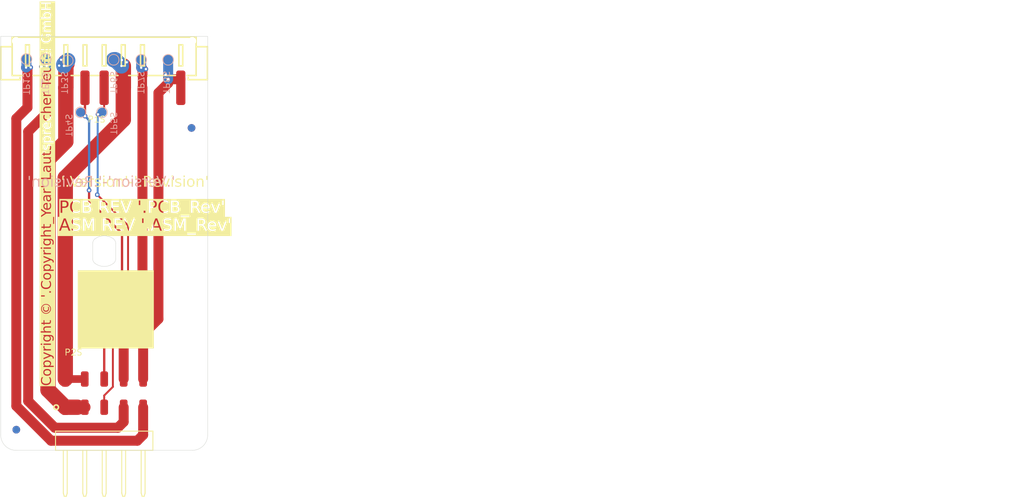
<source format=kicad_pcb>
(kicad_pcb (version 20240108) (generator "pcbnew") (generator_version "8.0")
  (layers (0 "F.Cu" signal "Component Side") (31 "B.Cu" signal "Solder Side") (34 "B.Paste" user "Bottom Paste") (35 "F.Paste" user "Top Paste") (36 "B.SilkS" user "Bottom Overlay") (37 "F.SilkS" user "Top Overlay") (38 "B.Mask" user "Bottom Solder") (39 "F.Mask" user "Top Solder") (44 "Edge.Cuts" user))
  (property "APPROVEDBY" "=SCH_Approver")
  (property "CHECKEDBY" "=SCH_Checker")
  (property "CONFIGURATIONPARAMETERS" "")
  (property "CONFIGURATORNAME" "")
  (property "DOCUMENTNUMBER" "1")
  (property "DRAWNBY" "=SCH_Designer")
  (property "ISSUE DATE" "=ISSUE_DATE")
  (property "ISUSERCONFIGURABLE" "")
  (property "MODEL NO." "=Model_NO")
  (property "REV DATE" "=REV_DATE")
  (property "SHEETSYMBOLDESIGNATOR" "")
  (property "SHEETTOTAL" "1")
  (property "SPICEMODELCACHE" "")
  (property "VERSIONCONTROL_PROJFOLDERREVNUMBER" "")
  (property "VERSIONCONTROL_PROJFOLDERREVNUMBERSHORT" "")
  (property "VERSIONCONTROL_REVNUMBER" "")
  (property "VERSIONCONTROL_REVNUMBERSHORT" "")
  (net 0 "")
  (net 1 "BatVCC")
  (net 2 "TW_L_P")
  (net 3 "C_Open")
  (net 4 "TW_R_N")
  (net 5 "TW_R_P")
  (net 6 "TW_L_N")
  (net 7 "SW_P")
  (net 8 "SW_N")
  (footprint "passive.PcbLib:Teufel_NoLogo" (layer "F.Cu") (at 143.3323 97.866405)
    (property "Reference" "Teufel_PCB_Logo?" (hide yes))
    (property "Value" "T.3.0.0040-2.1" (hide yes))
    (fp_text_box "'.Version'-'.Revision'" (start -4.067548 -2.676514) (end 15.469888 1.119784) (layer "B.SilkS") (effects (font (size 1.386 1.386) (thickness 0.2)) (justify left top mirror)) (border no) (stroke (width 0.1)))
    (fp_text_box "'.Version'-'.Revision'" (start -1.519888 -2.676514) (end 18.017548 1.119784) (layer "F.SilkS") (effects (font (size 1.386 1.386) (thickness 0.2)) (justify left top)) (border no) (stroke (width 0.1)))
  )
  (footprint "Vault:MARK" (layer "F.Cu") (at 137.0331 129.311605 90)
    (property "Reference" "MK2S" (hide yes))
    (property "Value" "MARK" (hide yes))
    (pad "MKT" smd circle (at 0 0 90) (size 1 1) (layers "F.Cu" "F.Paste" "F.Mask"))
    (pad "MK_B" smd circle (at 0 0 270) (size 1 1) (layers "B.Cu" "B.Paste" "B.Mask"))
  )
  (footprint "Vault:Pin_Header_SMD_Side_2X5_254" (layer "F.Cu") (at 148.5011 129.503595 90)
    (property "Reference" "P2S" (at 10.27168 -4.00967 0) (layer "F.SilkS") (effects (font (size 0.8 0.8) (thickness 0.1))))
    (property "Value" "2.54PH H2.5 2x5Pin" (hide yes))
    (fp_line (start 0 -6.35) (end -2.5 -6.35) (stroke (width 0.127)) (layer "F.SilkS"))
    (fp_line (start 0 -6.35) (end 0 6.35001) (stroke (width 0.127)) (layer "F.SilkS"))
    (fp_line (start -2.5 -6.35) (end -2.5 6.35) (stroke (width 0.127)) (layer "F.SilkS"))
    (fp_line (start -8.088 -5.334) (end -2.5 -5.334) (stroke (width 0.127)) (layer "F.SilkS"))
    (fp_line (start -8.088 -5.334) (end -8.5 -5.21) (stroke (width 0.127)) (layer "F.SilkS"))
    (fp_line (start -8.5 -5.21) (end -8.5 -4.95) (stroke (width 0.127)) (layer "F.SilkS"))
    (fp_line (start -8.5 -4.95) (end -8.088 -4.826) (stroke (width 0.127)) (layer "F.SilkS"))
    (fp_line (start -8.088 -4.826) (end -2.5 -4.826) (stroke (width 0.127)) (layer "F.SilkS"))
    (fp_line (start -8.088 -2.794) (end -2.5 -2.794) (stroke (width 0.127)) (layer "F.SilkS"))
    (fp_line (start -8.088 -2.794) (end -8.5 -2.67) (stroke (width 0.127)) (layer "F.SilkS"))
    (fp_line (start -8.5 -2.67) (end -8.5 -2.41) (stroke (width 0.127)) (layer "F.SilkS"))
    (fp_line (start -8.5 -2.41) (end -8.088 -2.286) (stroke (width 0.127)) (layer "F.SilkS"))
    (fp_line (start -8.088 -2.286) (end -2.5 -2.286) (stroke (width 0.127)) (layer "F.SilkS"))
    (fp_line (start -8.088 -0.254) (end -2.5 -0.254) (stroke (width 0.127)) (layer "F.SilkS"))
    (fp_line (start -8.088 -0.254) (end -8.5 -0.13) (stroke (width 0.127)) (layer "F.SilkS"))
    (fp_line (start -8.5 -0.13) (end -8.5 0.13) (stroke (width 0.127)) (layer "F.SilkS"))
    (fp_line (start -8.5 0.13) (end -8.088 0.254) (stroke (width 0.127)) (layer "F.SilkS"))
    (fp_line (start -8.088 0.254) (end -2.5 0.254) (stroke (width 0.127)) (layer "F.SilkS"))
    (fp_line (start -8.088 2.286) (end -2.5 2.286) (stroke (width 0.127)) (layer "F.SilkS"))
    (fp_line (start -8.088 2.286) (end -8.5 2.41) (stroke (width 0.127)) (layer "F.SilkS"))
    (fp_line (start -8.5 2.41) (end -8.5 2.67) (stroke (width 0.127)) (layer "F.SilkS"))
    (fp_line (start -8.5 2.67) (end -8.088 2.794) (stroke (width 0.127)) (layer "F.SilkS"))
    (fp_line (start -8.088 2.794) (end -2.5 2.794) (stroke (width 0.127)) (layer "F.SilkS"))
    (fp_line (start -8.088 4.826) (end -2.5 4.826) (stroke (width 0.127)) (layer "F.SilkS"))
    (fp_line (start -8.088 4.826) (end -8.5 4.95001) (stroke (width 0.127)) (layer "F.SilkS"))
    (fp_line (start -8.5 4.95001) (end -8.5 5.21) (stroke (width 0.127)) (layer "F.SilkS"))
    (fp_line (start -8.5 5.21) (end -8.088 5.334) (stroke (width 0.127)) (layer "F.SilkS"))
    (fp_line (start -8.088 5.334) (end -2.5 5.334) (stroke (width 0.127)) (layer "F.SilkS"))
    (fp_line (start -2.5 6.35) (end 0 6.35001) (stroke (width 0.127)) (layer "F.SilkS"))
    (fp_circle (center 3.12 -6.27) (end 3.42 -6.27) (stroke (width 0.2)) (fill none) (layer "F.SilkS"))
    (pad "1" smd roundrect (at 3.1201 -5.07992) (size 1 2) (layers "F.Cu" "F.Paste" "F.Mask") (net 7 "SW_P"))
    (pad "2" smd roundrect (at 6.8 -5.07991) (size 1 2) (layers "F.Cu" "F.Paste" "F.Mask") (net 8 "SW_N"))
    (pad "3" smd roundrect (at 3.1201 -2.53992) (size 1 2) (layers "F.Cu" "F.Paste" "F.Mask") (net 7 "SW_P"))
    (pad "4" smd roundrect (at 6.8 -2.53992) (size 1 2) (layers "F.Cu" "F.Paste" "F.Mask") (net 8 "SW_N"))
    (pad "5" smd roundrect (at 3.1201 0.00008) (size 1 2) (layers "F.Cu" "F.Paste" "F.Mask") (net 3 "C_Open"))
    (pad "6" smd roundrect (at 6.8 0.00008) (size 1 2) (layers "F.Cu" "F.Paste" "F.Mask") (net 1 "BatVCC"))
    (pad "7" smd roundrect (at 3.1201 2.54008) (size 1 2) (layers "F.Cu" "F.Paste" "F.Mask") (net 5 "TW_R_P"))
    (pad "8" smd roundrect (at 6.8 2.54008) (size 1 2) (layers "F.Cu" "F.Paste" "F.Mask") (net 2 "TW_L_P"))
    (pad "9" smd roundrect (at 3.1201 5.08008) (size 1 2) (layers "F.Cu" "F.Paste" "F.Mask") (net 4 "TW_R_N"))
    (pad "10" smd roundrect (at 6.8 5.08008) (size 1 2) (layers "F.Cu" "F.Paste" "F.Mask") (net 6 "TW_L_N"))
  )
  (footprint "passive.PcbLib:Teufel_ASM_Rev" (layer "F.Cu") (at 142.4941 103.479805)
    (property "Reference" "Teufel_ASM_Label1S" (hide yes))
    (property "Value" "2.1" (hide yes))
    (fp_text user "ASM REV '.ASM_Rev'" (at 0.1016 0.14075 360) (layer "F.SilkS" knockout) (effects (font (size 1.575 1.575) (thickness 0.254)) (justify left bottom)))
  )
  (footprint "passive.PcbLib:Teufel_Copyright" (layer "F.Cu") (at 143.5011 123.603605 90)
    (property "Reference" "Teufel_Copyright1S" (hide yes))
    (property "Value" "2023" (hide yes))
    (fp_text user "Copyright © '.Copyright_Year' Lautsprecher Teufel GmbH" (at 0 -2.47495 90) (layer "F.SilkS" knockout) (effects (font (size 1.26 1.26) (thickness 0.254)) (justify left)))
  )
  (footprint "passive.PcbLib:Teufel_PCB_Rev" (layer "F.Cu") (at 142.4941 101.143005)
    (property "Reference" "Teufel_PCB_Label1S" (hide yes))
    (property "Value" "2.1" (hide yes))
    (fp_text user "PCB REV '.PCB_Rev'" (at 0.1016 0.14075 360) (layer "F.SilkS" knockout) (effects (font (size 1.575 1.575) (thickness 0.254)) (justify left bottom)))
  )
  (footprint "Vault:MARK" (layer "F.Cu") (at 159.8931 89.941605 90)
    (property "Reference" "MK1S" (hide yes))
    (property "Value" "MARK" (hide yes))
    (pad "MKT" smd circle (at 0 0 90) (size 1 1) (layers "F.Cu" "F.Paste" "F.Mask"))
    (pad "MK_B" smd circle (at 0 0 270) (size 1 1) (layers "B.Cu" "B.Paste" "B.Mask"))
  )
  (footprint "Vault:CJL008DH250197" (layer "F.Cu") (at 148.49143 78.603605 180)
    (property "Reference" "P1S" (at 0.990325 -10.22831 0) (layer "F.SilkS") (effects (font (size 0.8 0.8) (thickness 0.1))))
    (property "Value" "CJL008DH250197" (hide yes))
    (fp_line (start 13.47501 -0.73997) (end 12 -0.73997) (stroke (width 0.2)) (layer "F.SilkS"))
    (fp_line (start 13.47501 -5.03993) (end 13.47501 -0.73997) (stroke (width 0.2)) (layer "F.SilkS"))
    (fp_line (start 13.47501 -5.03993) (end 10.975 -5.03993) (stroke (width 0.2)) (layer "F.SilkS"))
    (fp_line (start 12 0.5) (end -12 0.5) (stroke (width 0.2)) (layer "F.SilkS"))
    (fp_line (start 12 -4.5) (end 12 0.5) (stroke (width 0.2)) (layer "F.SilkS"))
    (fp_line (start 12 -4.5) (end 10.7 -4.5) (stroke (width 0.2)) (layer "F.SilkS"))
    (fp_line (start 10.975 -5.03993) (end 10.975 -4.76999) (stroke (width 0.2)) (layer "F.SilkS"))
    (fp_line (start 10.25 -0.5) (end 9.75 -0.5) (stroke (width 0.2)) (layer "F.SilkS"))
    (fp_line (start 10.25 -3.25) (end 10.25 -0.5) (stroke (width 0.2)) (layer "F.SilkS"))
    (fp_line (start 10.25 -3.25) (end 9.75 -3.25) (stroke (width 0.2)) (layer "F.SilkS"))
    (fp_line (start 9.75 -3.25) (end 9.75 -0.5) (stroke (width 0.2)) (layer "F.SilkS"))
    (fp_line (start 9.3 -4.5) (end 8.2 -4.5) (stroke (width 0.2)) (layer "F.SilkS"))
    (fp_line (start 7.75 -0.5) (end 7.25 -0.5) (stroke (width 0.2)) (layer "F.SilkS"))
    (fp_line (start 7.75 -3.25) (end 7.75 -0.5) (stroke (width 0.2)) (layer "F.SilkS"))
    (fp_line (start 7.75 -3.25) (end 7.25 -3.25) (stroke (width 0.2)) (layer "F.SilkS"))
    (fp_line (start 7.25 -3.25) (end 7.25 -0.5) (stroke (width 0.2)) (layer "F.SilkS"))
    (fp_line (start 6.8 -4.5) (end 5.7 -4.5) (stroke (width 0.2)) (layer "F.SilkS"))
    (fp_line (start 5.25 -0.5) (end 4.75 -0.5) (stroke (width 0.2)) (layer "F.SilkS"))
    (fp_line (start 5.25 -3.25) (end 5.25 -0.5) (stroke (width 0.2)) (layer "F.SilkS"))
    (fp_line (start 5.25 -3.25) (end 4.75 -3.25) (stroke (width 0.2)) (layer "F.SilkS"))
    (fp_line (start 4.75 -3.25) (end 4.75 -0.5) (stroke (width 0.2)) (layer "F.SilkS"))
    (fp_line (start 4.3 -4.5) (end 3.2 -4.5) (stroke (width 0.2)) (layer "F.SilkS"))
    (fp_line (start 2.75 -0.5) (end 2.25 -0.5) (stroke (width 0.2)) (layer "F.SilkS"))
    (fp_line (start 2.75 -3.25) (end 2.75 -0.5) (stroke (width 0.2)) (layer "F.SilkS"))
    (fp_line (start 2.75 -3.25) (end 2.25 -3.25) (stroke (width 0.2)) (layer "F.SilkS"))
    (fp_line (start 2.25 -3.25) (end 2.25 -0.5) (stroke (width 0.2)) (layer "F.SilkS"))
    (fp_line (start 1.8 -4.5) (end 0.7 -4.5) (stroke (width 0.2)) (layer "F.SilkS"))
    (fp_line (start 0.25 -0.5) (end -0.25 -0.5) (stroke (width 0.2)) (layer "F.SilkS"))
    (fp_line (start 0.25 -3.25) (end 0.25 -0.5) (stroke (width 0.2)) (layer "F.SilkS"))
    (fp_line (start 0.25 -3.25) (end -0.25 -3.25) (stroke (width 0.2)) (layer "F.SilkS"))
    (fp_line (start -0.25 -3.25) (end -0.25 -0.5) (stroke (width 0.2)) (layer "F.SilkS"))
    (fp_line (start -0.7 -4.5) (end -1.8 -4.5) (stroke (width 0.2)) (layer "F.SilkS"))
    (fp_line (start -2.25 -0.5) (end -2.75 -0.5) (stroke (width 0.2)) (layer "F.SilkS"))
    (fp_line (start -2.25 -3.25) (end -2.25 -0.5) (stroke (width 0.2)) (layer "F.SilkS"))
    (fp_line (start -2.25 -3.25) (end -2.75 -3.25) (stroke (width 0.2)) (layer "F.SilkS"))
    (fp_line (start -2.75 -3.25) (end -2.75 -0.5) (stroke (width 0.2)) (layer "F.SilkS"))
    (fp_line (start -3.2 -4.5) (end -4.3 -4.5) (stroke (width 0.2)) (layer "F.SilkS"))
    (fp_line (start -4.75 -0.5) (end -5.25 -0.5) (stroke (width 0.2)) (layer "F.SilkS"))
    (fp_line (start -4.75 -3.25) (end -4.75 -0.5) (stroke (width 0.2)) (layer "F.SilkS"))
    (fp_line (start -4.75 -3.25) (end -5.25 -3.25) (stroke (width 0.2)) (layer "F.SilkS"))
    (fp_line (start -5.25 -3.25) (end -5.25 -0.5) (stroke (width 0.2)) (layer "F.SilkS"))
    (fp_line (start -5.7 -4.5) (end -9.3 -4.5) (stroke (width 0.2)) (layer "F.SilkS"))
    (fp_line (start -9.75 -0.5) (end -10.25 -0.5) (stroke (width 0.2)) (layer "F.SilkS"))
    (fp_line (start -9.75 -3.25) (end -9.75 -0.5) (stroke (width 0.2)) (layer "F.SilkS"))
    (fp_line (start -9.75 -3.25) (end -10.25 -3.25) (stroke (width 0.2)) (layer "F.SilkS"))
    (fp_line (start -10.25 -3.25) (end -10.25 -0.5) (stroke (width 0.2)) (layer "F.SilkS"))
    (fp_line (start -10.8 -4.5) (end -12 -4.5) (stroke (width 0.2)) (layer "F.SilkS"))
    (fp_line (start -10.97499 -5.03993) (end -10.97499 -4.76999) (stroke (width 0.2)) (layer "F.SilkS"))
    (fp_line (start -10.97499 -5.03993) (end -13.475 -5.03993) (stroke (width 0.2)) (layer "F.SilkS"))
    (fp_line (start -12 -0.73997) (end -13.475 -0.73997) (stroke (width 0.2)) (layer "F.SilkS"))
    (fp_line (start -12 -4.5) (end -12 0.5) (stroke (width 0.2)) (layer "F.SilkS"))
    (fp_line (start -13.475 -5.03993) (end -13.475 -0.73997) (stroke (width 0.2)) (layer "F.SilkS"))
    (pad "" np_thru_hole circle (at -11.5 0 180) (size 1 1) (drill 1) (layers "F&B.Cu" "*.Mask"))
    (pad "" np_thru_hole circle (at 11.5 0) (size 1 1) (drill 1) (layers "F&B.Cu" "*.Mask"))
    (pad "1" smd roundrect (at -10 -6.1 180) (size 1.2 4.5) (layers "F.Cu" "F.Paste" "F.Mask") (net 6 "TW_L_N"))
    (pad "2" smd roundrect (at -5 -6.1 180) (size 1.2 4.5) (layers "F.Cu" "F.Paste" "F.Mask") (net 2 "TW_L_P"))
    (pad "3" smd roundrect (at -2.5 -6.1 180) (size 1.2 4.5) (layers "F.Cu" "F.Paste" "F.Mask") (net 8 "SW_N"))
    (pad "4" smd roundrect (at 0 -6.1 180) (size 1.2 4.5) (layers "F.Cu" "F.Paste" "F.Mask") (net 3 "C_Open"))
    (pad "5" smd roundrect (at 2.5 -6.1 180) (size 1.2 4.5) (layers "F.Cu" "F.Paste" "F.Mask") (net 1 "BatVCC"))
    (pad "6" smd roundrect (at 5 -6.1 180) (size 1.2 4.5) (layers "F.Cu" "F.Paste" "F.Mask") (net 7 "SW_P"))
    (pad "7" smd roundrect (at 7.5 -6.1 180) (size 1.2 4.5) (layers "F.Cu" "F.Paste" "F.Mask") (net 5 "TW_R_P"))
    (pad "8" smd roundrect (at 10 -6.1 180) (size 1.2 4.5) (layers "F.Cu" "F.Paste" "F.Mask") (net 4 "TW_R_N"))
  )
  (footprint "Vault:TP120" (layer "B.Cu") (at 149.7331 81.051605 90)
    (property "Reference" "TP6S" (at -2.947995 -0.02827 270) (layer "B.SilkS") (effects (font (size 0.8 0.8) (thickness 0.1)) (justify mirror)))
    (property "Value" "TP12" (hide yes))
    (fp_circle (center 0 0) (end 0.7 0) (stroke (width 0.1)) (fill none) (layer "B.SilkS"))
    (pad "1" smd circle (at 0 0 90) (size 1.2 1.2) (layers "B.Cu" "B.Paste" "B.Mask") (net 8 "SW_N"))
  )
  (footprint "Vault:TP120" (layer "B.Cu") (at 143.74143 81.146795 90)
    (property "Reference" "TP3S" (at -2.878205 -0.4628 270) (layer "B.SilkS") (effects (font (size 0.8 0.8) (thickness 0.1)) (justify mirror)))
    (property "Value" "TP12" (hide yes))
    (fp_circle (center 0 0) (end 0.7 0) (stroke (width 0.1)) (fill none) (layer "B.SilkS"))
    (pad "1" smd circle (at 0 0 90) (size 1.2 1.2) (layers "B.Cu" "B.Paste" "B.Mask") (net 7 "SW_P"))
  )
  (footprint "Vault:TP120" (layer "B.Cu") (at 140.8561 80.960605 90)
    (property "Reference" "TP2S" (at -3.115195 -0.04127 270) (layer "B.SilkS") (effects (font (size 0.8 0.8) (thickness 0.1)) (justify mirror)))
    (property "Value" "TP12" (hide yes))
    (fp_circle (center 0 0) (end 0.7 0) (stroke (width 0.1)) (fill none) (layer "B.SilkS"))
    (pad "1" smd circle (at 0 0 90) (size 1.2 1.2) (layers "B.Cu" "B.Paste" "B.Mask") (net 5 "TW_R_P"))
  )
  (footprint "Vault:TP120" (layer "B.Cu") (at 138.3561 80.960605 90)
    (property "Reference" "TP1S" (at -3.16599 -0.03047 270) (layer "B.SilkS") (effects (font (size 0.8 0.8) (thickness 0.1)) (justify mirror)))
    (property "Value" "TP12" (hide yes))
    (fp_circle (center 0 0) (end 0.7 0) (stroke (width 0.1)) (fill none) (layer "B.SilkS"))
    (pad "1" smd circle (at 0 0 90) (size 1.2 1.2) (layers "B.Cu" "B.Paste" "B.Mask") (net 4 "TW_R_N"))
  )
  (footprint "Vault:TP120" (layer "B.Cu") (at 156.8451 81.051605 90)
    (property "Reference" "TP8S" (at -2.922595 -0.25687 270) (layer "B.SilkS") (effects (font (size 0.8 0.8) (thickness 0.1)) (justify mirror)))
    (property "Value" "TP12" (hide yes))
    (fp_circle (center 0 0) (end 0.7 0) (stroke (width 0.1)) (fill none) (layer "B.SilkS"))
    (pad "1" smd circle (at 0 0 90) (size 1.2 1.2) (layers "B.Cu" "B.Paste" "B.Mask") (net 6 "TW_L_N"))
  )
  (footprint "Vault:TP120" (layer "B.Cu") (at 148.2091 87.909605 90)
    (property "Reference" "TP5S" (at -1.423995 1.49573 270) (layer "B.SilkS") (effects (font (size 0.8 0.8) (thickness 0.1)) (justify mirror)))
    (property "Value" "TP12" (hide yes))
    (fp_circle (center 0 0) (end 0.7 0) (stroke (width 0.1)) (fill none) (layer "B.SilkS"))
    (pad "1" smd circle (at 0 0 90) (size 1.2 1.2) (layers "B.Cu" "B.Paste" "B.Mask") (net 3 "C_Open"))
  )
  (footprint "Vault:TP120" (layer "B.Cu") (at 153.32634 81.051625 90)
    (property "Reference" "TP7S" (at -2.947975 -0.06551 270) (layer "B.SilkS") (effects (font (size 0.8 0.8) (thickness 0.1)) (justify mirror)))
    (property "Value" "TP12" (hide yes))
    (fp_circle (center 0 0) (end 0.7 0) (stroke (width 0.1)) (fill none) (layer "B.SilkS"))
    (pad "1" smd circle (at 0 0 90) (size 1.2 1.2) (layers "B.Cu" "B.Paste" "B.Mask") (net 2 "TW_L_P"))
  )
  (footprint "Vault:TP120" (layer "B.Cu") (at 145.4151 87.909605 90)
    (property "Reference" "TP4S" (at -1.677995 -1.55227 270) (layer "B.SilkS") (effects (font (size 0.8 0.8) (thickness 0.1)) (justify mirror)))
    (property "Value" "TP12" (hide yes))
    (fp_circle (center 0 0) (end 0.7 0) (stroke (width 0.1)) (fill none) (layer "B.SilkS"))
    (pad "1" smd circle (at 0 0 90) (size 1.2 1.2) (layers "B.Cu" "B.Paste" "B.Mask") (net 1 "BatVCC"))
  )
  (gr_rect (start 154.97591 108.515595) (end 145.05091 118.715595) (fill solid) (layer "F.SilkS"))
  (gr_arc (start 147.301099 107.613285) (mid 147.080285 107.348693) (end 147.001099 107.013285) (stroke (width 0.05)) (layer "Edge.Cuts"))
  (gr_line (start 135.0011 78.003605) (end 162.0011 78.003605) (stroke (width 0.05)) (layer "Edge.Cuts"))
  (gr_line (start 150.0011 105.013275) (end 150.0011 107.013276) (stroke (width 0.05)) (layer "Edge.Cuts"))
  (gr_line (start 160.0011 132.003595) (end 137.0011 132.003595) (stroke (width 0.05)) (layer "Edge.Cuts"))
  (gr_line (start 147.0011 107.013275) (end 147.0011 105.013275) (stroke (width 0.05)) (layer "Edge.Cuts"))
  (gr_arc (start 162.0011 130.003595) (mid 161.415313 131.417805) (end 160.0011 132.003595) (stroke (width 0.05)) (layer "Edge.Cuts"))
  (gr_line (start 149.701103 107.613278) (end 149.7011 107.613275) (stroke (width 0.05)) (layer "Edge.Cuts"))
  (gr_line (start 149.7011 104.413275) (end 149.701097 104.413273) (stroke (width 0.05)) (layer "Edge.Cuts"))
  (gr_line (start 147.001099 107.013285) (end 147.0011 107.013275) (stroke (width 0.05)) (layer "Edge.Cuts"))
  (gr_line (start 147.3011 107.613275) (end 147.301099 107.613285) (stroke (width 0.05)) (layer "Edge.Cuts"))
  (gr_arc (start 149.7011 107.613275) (mid 148.5011 108.013275) (end 147.3011 107.613275) (stroke (width 0.05)) (layer "Edge.Cuts"))
  (gr_arc (start 147.0011 105.013275) (mid 147.080286 104.67787) (end 147.3011 104.413275) (stroke (width 0.05)) (layer "Edge.Cuts"))
  (gr_arc (start 147.3011 104.413275) (mid 148.5011 104.013275) (end 149.7011 104.413275) (stroke (width 0.05)) (layer "Edge.Cuts"))
  (gr_arc (start 149.701097 104.413273) (mid 149.921929 104.677861) (end 150.0011 105.013275) (stroke (width 0.05)) (layer "Edge.Cuts"))
  (gr_arc (start 150.0011 107.013276) (mid 149.921927 107.34869) (end 149.701103 107.613278) (stroke (width 0.05)) (layer "Edge.Cuts"))
  (gr_line (start 162.0011 78.003605) (end 162.0011 130.003595) (stroke (width 0.05)) (layer "Edge.Cuts"))
  (gr_line (start 135.0011 130.003595) (end 135.0011 78.003605) (stroke (width 0.05)) (layer "Edge.Cuts"))
  (gr_arc (start 137.0011 132.003595) (mid 135.586893 131.417805) (end 135.0011 130.003595) (stroke (width 0.05)) (layer "Edge.Cuts"))
  (segment (start 146.52914 99.412235) (end 150.8253 103.708405) (width 0.3) (layer "F.Cu") (net 1))
  (segment (start 145.99143 88.403595) (end 145.99143 84.703605) (width 0.3) (layer "F.Cu") (net 1))
  (segment (start 146.52914 99.412235) (end 146.52914 98.075525) (width 0.3) (layer "F.Cu") (net 1))
  (segment (start 148.50118 122.703595) (end 148.50118 115.151125) (width 0.3) (layer "F.Cu") (net 1))
  (segment (start 148.50118 115.151125) (end 150.8253 112.827005) (width 0.3) (layer "F.Cu") (net 1))
  (segment (start 145.99143 88.403595) (end 146.00111 88.403595) (width 0.3) (layer "F.Cu") (net 1))
  (segment (start 150.8253 112.827005) (end 150.8253 103.708405) (width 0.3) (layer "F.Cu") (net 1))
  (via (at 146.52914 98.075525) (size 0.6) (drill 0.3) (layers "F.Cu" "B.Cu") (net 1))
  (via (at 146.00111 88.403595) (size 0.6) (drill 0.3) (layers "F.Cu" "B.Cu") (net 1))
  (segment (start 146.52914 98.075525) (end 146.52914 88.936225) (width 0.3) (layer "B.Cu") (net 1))
  (segment (start 146.00111 88.408185) (end 146.52914 88.936225) (width 0.3) (layer "B.Cu") (net 1))
  (segment (start 146.00111 88.408185) (end 146.00111 88.403595) (width 0.3) (layer "B.Cu") (net 1))
  (segment (start 151.04118 122.703595) (end 151.04118 116.013845) (width 1.3) (layer "F.Cu") (net 2))
  (segment (start 151.04118 116.013845) (end 153.49143 113.563605) (width 1.3) (layer "F.Cu") (net 2))
  (segment (start 153.32634 82.088835) (end 153.49143 82.253925) (width 1.3) (layer "F.Cu") (net 2))
  (segment (start 153.49143 113.563605) (end 153.49143 84.703605) (width 1.3) (layer "F.Cu") (net 2))
  (segment (start 153.49143 83.103605) (end 153.49143 82.253925) (width 1.3) (layer "F.Cu") (net 2))
  (via (at 153.9361 82.263595) (size 0.6) (drill 0.3) (layers "F.Cu" "B.Cu") (net 2))
  (via (at 153.32634 82.088835) (size 0.6) (drill 0.3) (layers "F.Cu" "B.Cu") (net 2))
  (segment (start 153.32634 82.088835) (end 153.32634 81.051625) (width 1.3) (layer "B.Cu") (net 2))
  (segment (start 148.50118 124.853925) (end 149.6315 123.723605) (width 0.25) (layer "F.Cu") (net 3))
  (segment (start 147.59531 98.660475) (end 151.6127 102.677875) (width 0.25) (layer "F.Cu") (net 3))
  (segment (start 148.49143 87.373275) (end 148.49143 84.703605) (width 0.25) (layer "F.Cu") (net 3))
  (segment (start 151.6127 113.309605) (end 151.6127 102.677875) (width 0.25) (layer "F.Cu") (net 3))
  (segment (start 148.50118 126.383495) (end 148.50118 124.853925) (width 0.25) (layer "F.Cu") (net 3))
  (segment (start 149.6315 115.290805) (end 151.6127 113.309605) (width 0.25) (layer "F.Cu") (net 3))
  (segment (start 149.6315 123.723605) (end 149.6315 115.290805) (width 0.25) (layer "F.Cu") (net 3))
  (segment (start 147.7011 88.163605) (end 148.49143 87.373275) (width 0.25) (layer "F.Cu") (net 3))
  (via (at 147.59531 98.660475) (size 0.6) (drill 0.3) (layers "F.Cu" "B.Cu") (net 3))
  (via (at 147.7011 88.163605) (size 0.6) (drill 0.3) (layers "F.Cu" "B.Cu") (net 3))
  (segment (start 147.64821 98.545815) (end 147.64821 88.216495) (width 0.25) (layer "B.Cu") (net 3))
  (segment (start 147.64821 88.216495) (end 147.7011 88.163605) (width 0.25) (layer "B.Cu") (net 3))
  (segment (start 147.56443 98.629595) (end 147.64821 98.545815) (width 0.25) (layer "B.Cu") (net 3))
  (segment (start 137.0331 88.722405) (end 138.49143 87.264075) (width 1.3) (layer "F.Cu") (net 4))
  (segment (start 152.81966 130.753595) (end 153.58118 129.992075) (width 1.3) (layer "F.Cu") (net 4))
  (segment (start 153.58118 129.992075) (end 153.58118 126.383495) (width 1.3) (layer "F.Cu") (net 4))
  (segment (start 137.0331 126.221735) (end 137.0331 88.722405) (width 1.3) (layer "F.Cu") (net 4))
  (segment (start 137.0331 126.221735) (end 141.56497 130.753595) (width 1.3) (layer "F.Cu") (net 4))
  (segment (start 138.3031 82.067605) (end 138.49143 82.255925) (width 1.3) (layer "F.Cu") (net 4))
  (segment (start 141.56497 130.753595) (end 152.81966 130.753595) (width 1.3) (layer "F.Cu") (net 4))
  (segment (start 138.49143 87.264075) (end 138.49143 82.255925) (width 1.3) (layer "F.Cu") (net 4))
  (via (at 138.3031 82.067605) (size 0.6) (drill 0.3) (layers "F.Cu" "B.Cu") (net 4))
  (via (at 138.9127 82.042205) (size 0.6) (drill 0.3) (layers "F.Cu" "B.Cu") (net 4))
  (segment (start 138.3561 82.014605) (end 138.3561 80.960605) (width 1.3) (layer "B.Cu") (net 4))
  (segment (start 138.3031 82.067605) (end 138.3561 82.014605) (width 1.3) (layer "B.Cu") (net 4))
  (segment (start 151.04118 128.296075) (end 151.04118 126.383495) (width 1.3) (layer "F.Cu") (net 5))
  (segment (start 140.99143 88.015275) (end 140.99143 84.703605) (width 1.3) (layer "F.Cu") (net 5))
  (segment (start 138.5831 125.579695) (end 142.061 129.057605) (width 1.3) (layer "F.Cu") (net 5))
  (segment (start 138.5831 90.423605) (end 140.99143 88.015275) (width 1.3) (layer "F.Cu") (net 5))
  (segment (start 140.99143 84.703605) (end 141.0011 84.693935) (width 1.3) (layer "F.Cu") (net 5))
  (segment (start 138.5831 125.579695) (end 138.5831 90.423605) (width 1.3) (layer "F.Cu") (net 5))
  (segment (start 141.0011 84.693935) (end 141.0011 81.853605) (width 1.3) (layer "F.Cu") (net 5))
  (segment (start 150.27966 129.057605) (end 151.04118 128.296075) (width 1.3) (layer "F.Cu") (net 5))
  (segment (start 142.061 129.057605) (end 150.27966 129.057605) (width 1.3) (layer "F.Cu") (net 5))
  (via (at 141.0011 81.853605) (size 0.6) (drill 0.3) (layers "F.Cu" "B.Cu") (net 5))
  (via (at 140.3097 81.940605) (size 0.6) (drill 0.3) (layers "F.Cu" "B.Cu") (net 5))
  (segment (start 140.8561 81.708605) (end 140.8561 80.960605) (width 1.3) (layer "B.Cu") (net 5))
  (segment (start 140.8561 81.708605) (end 141.0011 81.853605) (width 1.3) (layer "B.Cu") (net 5))
  (segment (start 156.8451 84.099605) (end 156.8451 83.591605) (width 1.3) (layer "F.Cu") (net 6))
  (segment (start 155.5751 85.369605) (end 156.8451 84.099605) (width 1.3) (layer "F.Cu") (net 6))
  (segment (start 156.8451 83.591605) (end 156.8451 83.233595) (width 1.3) (layer "F.Cu") (net 6))
  (segment (start 155.5751 114.871675) (end 155.5751 85.369605) (width 1.3) (layer "F.Cu") (net 6))
  (segment (start 153.58118 122.703595) (end 153.58118 116.865605) (width 1.3) (layer "F.Cu") (net 6))
  (segment (start 156.8451 83.591605) (end 158.44143 83.591605) (width 1.3) (layer "F.Cu") (net 6))
  (segment (start 153.58118 116.865605) (end 155.5751 114.871675) (width 1.3) (layer "F.Cu") (net 6))
  (via (at 156.8451 83.591605) (size 0.6) (drill 0.3) (layers "F.Cu" "B.Cu") (net 6))
  (via (at 156.5149 82.982005) (size 0.6) (drill 0.3) (layers "F.Cu" "B.Cu") (net 6))
  (segment (start 156.8451 83.591605) (end 156.8451 81.051605) (width 1.3) (layer "B.Cu") (net 6))
  (segment (start 143.42118 126.383495) (end 145.02443 126.383495) (width 2) (layer "F.Cu") (net 7))
  (segment (start 141.17119 124.133495) (end 141.17119 94.033115) (width 2) (layer "F.Cu") (net 7))
  (segment (start 143.49143 91.712875) (end 143.49143 84.703605) (width 2) (layer "F.Cu") (net 7))
  (segment (start 143.5011 84.693925) (end 143.5011 81.695595) (width 2) (layer "F.Cu") (net 7))
  (segment (start 143.44312 81.365625) (end 143.6371 81.559605) (width 2) (layer "F.Cu") (net 7))
  (segment (start 141.17119 94.033115) (end 143.49143 91.712875) (width 2) (layer "F.Cu") (net 7))
  (segment (start 143.49143 84.703605) (end 143.5011 84.693925) (width 2) (layer "F.Cu") (net 7))
  (segment (start 143.5011 81.695595) (end 143.6371 81.559605) (width 2) (layer "F.Cu") (net 7))
  (segment (start 145.02443 126.383495) (end 145.96118 126.383495) (width 1.5) (layer "F.Cu") (net 7))
  (segment (start 141.17119 124.133495) (end 143.42118 126.383495) (width 2) (layer "F.Cu") (net 7))
  (via (at 142.8751 81.051605) (size 0.6) (drill 0.3) (layers "F.Cu" "B.Cu") (net 7))
  (via (at 143.24143 81.853605) (size 0.6) (drill 0.3) (layers "F.Cu" "B.Cu") (net 7))
  (via (at 142.6211 81.813605) (size 0.6) (drill 0.3) (layers "F.Cu" "B.Cu") (net 7))
  (segment (start 143.24143 81.853605) (end 143.24143 81.646795) (width 2) (layer "B.Cu") (net 7))
  (segment (start 143.24143 81.646795) (end 143.74143 81.146795) (width 2) (layer "B.Cu") (net 7))
  (segment (start 143.42119 122.703595) (end 143.42119 96.431315) (width 2) (layer "F.Cu") (net 8))
  (segment (start 151.00111 84.693925) (end 151.00111 81.853605) (width 2) (layer "F.Cu") (net 8))
  (segment (start 143.42119 122.703595) (end 145.96118 122.703595) (width 1) (layer "F.Cu") (net 8))
  (segment (start 150.99143 88.861075) (end 150.99143 84.703605) (width 2) (layer "F.Cu") (net 8))
  (segment (start 150.99143 84.703605) (end 151.00111 84.693925) (width 2) (layer "F.Cu") (net 8))
  (segment (start 143.42119 96.431315) (end 150.99143 88.861075) (width 2) (layer "F.Cu") (net 8))
  (via (at 151.4361 81.377975) (size 0.6) (drill 0.3) (layers "F.Cu" "B.Cu") (net 8))
  (via (at 150.74143 81.853605) (size 0.6) (drill 0.3) (layers "F.Cu" "B.Cu") (net 8))
  (via (at 150.81146 81.086455) (size 0.6) (drill 0.3) (layers "F.Cu" "B.Cu") (net 8))
  (segment (start 149.93943 81.051605) (end 150.74143 81.853605) (width 2) (layer "B.Cu") (net 8))
  (segment (start 149.7331 81.051605) (end 149.93943 81.051605) (width 2) (layer "B.Cu") (net 8))
)
</source>
